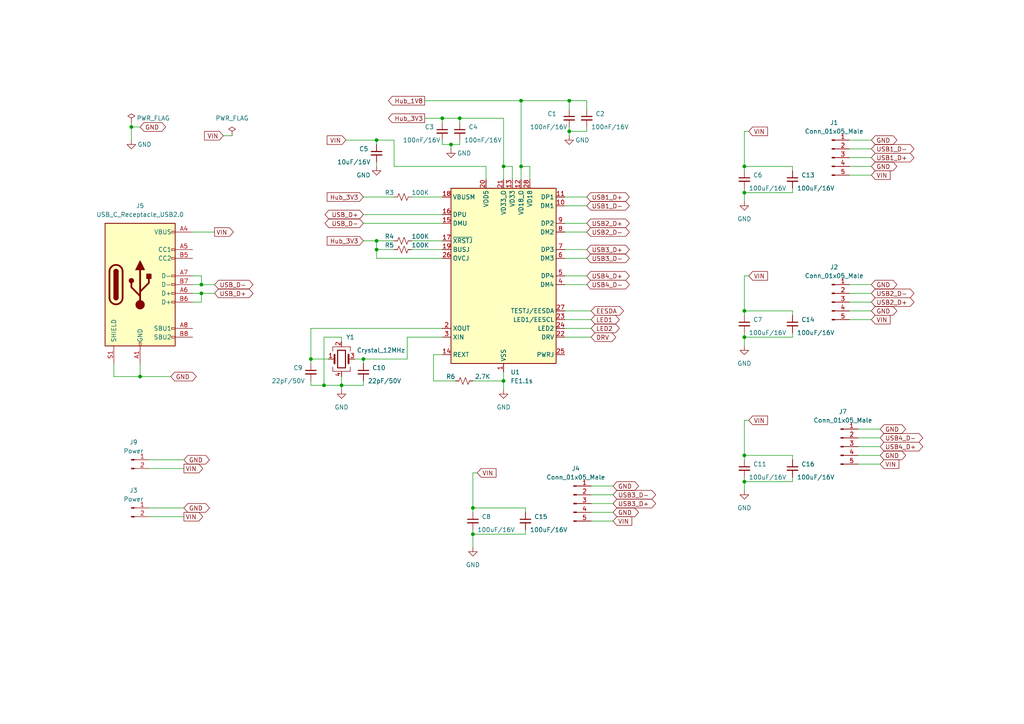
<source format=kicad_sch>
(kicad_sch (version 20211123) (generator eeschema)
  (paper "A4")
  (lib_symbols
    (symbol "Connector:Conn_01x02_Male" (pin_names (offset 1.016) hide)
      (property "Reference" "J" (at 0 2.54 0))
      (property "Value" "Conn_01x02_Male" (at 0 -5.08 0))
      (symbol "Conn_01x02_Male_1_1"
        (polyline (pts (xy 1.27 -2.54) (xy 0.8636 -2.54)) (stroke (width 0.1524)))
        (polyline (pts (xy 1.27 0) (xy 0.8636 0)) (stroke (width 0.1524)))
        (rectangle (start 0.8636 -2.413) (end 0 -2.667) (stroke (width 0.1524)) (fill (type outline)))
        (rectangle (start 0.8636 0.127) (end 0 -0.127) (stroke (width 0.1524)) (fill (type outline)))
        (pin passive line (at 5.08 0 180) (length 3.81) (name "Pin_1") (number "1"))
        (pin passive line (at 5.08 -2.54 180) (length 3.81) (name "Pin_2") (number "2"))
      )
    )
    (symbol "Connector:Conn_01x05_Male" (pin_names (offset 1.016) hide)
      (property "Reference" "J" (at 0 7.62 0))
      (property "Value" "Conn_01x05_Male" (at 0 -7.62 0))
      (symbol "Conn_01x05_Male_1_1"
        (polyline (pts (xy 1.27 -5.08) (xy 0.8636 -5.08)) (stroke (width 0.1524)))
        (polyline (pts (xy 1.27 -2.54) (xy 0.8636 -2.54)) (stroke (width 0.1524)))
        (polyline (pts (xy 1.27 0) (xy 0.8636 0)) (stroke (width 0.1524)))
        (polyline (pts (xy 1.27 2.54) (xy 0.8636 2.54)) (stroke (width 0.1524)))
        (polyline (pts (xy 1.27 5.08) (xy 0.8636 5.08)) (stroke (width 0.1524)))
        (rectangle (start 0.8636 -4.953) (end 0 -5.207) (stroke (width 0.1524)) (fill (type outline)))
        (rectangle (start 0.8636 -2.413) (end 0 -2.667) (stroke (width 0.1524)) (fill (type outline)))
        (rectangle (start 0.8636 0.127) (end 0 -0.127) (stroke (width 0.1524)) (fill (type outline)))
        (rectangle (start 0.8636 2.667) (end 0 2.413) (stroke (width 0.1524)) (fill (type outline)))
        (rectangle (start 0.8636 5.207) (end 0 4.953) (stroke (width 0.1524)) (fill (type outline)))
        (pin passive line (at 5.08 5.08 180) (length 3.81) (name "Pin_1") (number "1"))
        (pin passive line (at 5.08 2.54 180) (length 3.81) (name "Pin_2") (number "2"))
        (pin passive line (at 5.08 0 180) (length 3.81) (name "Pin_3") (number "3"))
        (pin passive line (at 5.08 -2.54 180) (length 3.81) (name "Pin_4") (number "4"))
        (pin passive line (at 5.08 -5.08 180) (length 3.81) (name "Pin_5") (number "5"))
      )
    )
    (symbol "Connector:USB_C_Receptacle_USB2.0" (pin_names (offset 1.016))
      (property "Reference" "J" (at -10.16 19.05 0))
      (property "Value" "USB_C_Receptacle_USB2.0" (at 19.05 19.05 0))
      (symbol "USB_C_Receptacle_USB2.0_0_0"
        (rectangle (start -0.254 -17.78) (end 0.254 -16.764))
        (rectangle (start 10.16 -14.986) (end 9.144 -15.494))
        (rectangle (start 10.16 -12.446) (end 9.144 -12.954))
        (rectangle (start 10.16 -4.826) (end 9.144 -5.334))
        (rectangle (start 10.16 -2.286) (end 9.144 -2.794))
        (rectangle (start 10.16 0.254) (end 9.144 -0.254))
        (rectangle (start 10.16 2.794) (end 9.144 2.286))
        (rectangle (start 10.16 7.874) (end 9.144 7.366))
        (rectangle (start 10.16 10.414) (end 9.144 9.906))
        (rectangle (start 10.16 15.494) (end 9.144 14.986))
      )
      (symbol "USB_C_Receptacle_USB2.0_0_1"
        (rectangle (start -10.16 17.78) (end 10.16 -17.78) (stroke (width 0.254)) (fill (type background)))
        (arc (start -8.89 -3.81) (mid -6.985 -5.715) (end -5.08 -3.81) (stroke (width 0.508)))
        (arc (start -7.62 -3.81) (mid -6.985 -4.445) (end -6.35 -3.81) (stroke (width 0.254)))
        (arc (start -7.62 -3.81) (mid -6.985 -4.445) (end -6.35 -3.81) (stroke (width 0.254)) (fill (type outline)))
        (rectangle (start -7.62 -3.81) (end -6.35 3.81) (stroke (width 0.254)) (fill (type outline)))
        (arc (start -6.35 3.81) (mid -6.985 4.445) (end -7.62 3.81) (stroke (width 0.254)))
        (arc (start -6.35 3.81) (mid -6.985 4.445) (end -7.62 3.81) (stroke (width 0.254)) (fill (type outline)))
        (arc (start -5.08 3.81) (mid -6.985 5.715) (end -8.89 3.81) (stroke (width 0.508)))
        (circle (center -2.54 1.143) (radius 0.635) (stroke (width 0.254)) (fill (type outline)))
        (circle (center 0 -5.842) (radius 1.27) (fill (type outline)))
        (polyline (pts (xy -8.89 -3.81) (xy -8.89 3.81)) (stroke (width 0.508)))
        (polyline (pts (xy -5.08 3.81) (xy -5.08 -3.81)) (stroke (width 0.508)))
        (polyline (pts (xy 0 -5.842) (xy 0 4.318)) (stroke (width 0.508)))
        (polyline (pts (xy 0 -3.302) (xy -2.54 -0.762) (xy -2.54 0.508)) (stroke (width 0.508)))
        (polyline (pts (xy 0 -2.032) (xy 2.54 0.508) (xy 2.54 1.778)) (stroke (width 0.508)))
        (polyline (pts (xy -1.27 4.318) (xy 0 6.858) (xy 1.27 4.318) (xy -1.27 4.318)) (stroke (width 0.254)) (fill (type outline)))
        (rectangle (start 1.905 1.778) (end 3.175 3.048) (stroke (width 0.254)) (fill (type outline)))
      )
      (symbol "USB_C_Receptacle_USB2.0_1_1"
        (pin passive line (at 0 -22.86 90) (length 5.08) (name "GND") (number "A1"))
        (pin passive line (at 0 -22.86 90) (length 5.08) hide (name "GND") (number "A12"))
        (pin passive line (at 15.24 15.24 180) (length 5.08) (name "VBUS") (number "A4"))
        (pin bidirectional line (at 15.24 10.16 180) (length 5.08) (name "CC1") (number "A5"))
        (pin bidirectional line (at 15.24 -2.54 180) (length 5.08) (name "D+") (number "A6"))
        (pin bidirectional line (at 15.24 2.54 180) (length 5.08) (name "D-") (number "A7"))
        (pin bidirectional line (at 15.24 -12.7 180) (length 5.08) (name "SBU1") (number "A8"))
        (pin passive line (at 15.24 15.24 180) (length 5.08) hide (name "VBUS") (number "A9"))
        (pin passive line (at 0 -22.86 90) (length 5.08) hide (name "GND") (number "B1"))
        (pin passive line (at 0 -22.86 90) (length 5.08) hide (name "GND") (number "B12"))
        (pin passive line (at 15.24 15.24 180) (length 5.08) hide (name "VBUS") (number "B4"))
        (pin bidirectional line (at 15.24 7.62 180) (length 5.08) (name "CC2") (number "B5"))
        (pin bidirectional line (at 15.24 -5.08 180) (length 5.08) (name "D+") (number "B6"))
        (pin bidirectional line (at 15.24 0 180) (length 5.08) (name "D-") (number "B7"))
        (pin bidirectional line (at 15.24 -15.24 180) (length 5.08) (name "SBU2") (number "B8"))
        (pin passive line (at 15.24 15.24 180) (length 5.08) hide (name "VBUS") (number "B9"))
        (pin passive line (at -7.62 -22.86 90) (length 5.08) (name "SHIELD") (number "S1"))
      )
    )
    (symbol "Device:C_Small" (pin_numbers hide) (pin_names (offset 0.254) hide)
      (property "Reference" "C" (at 0.254 1.778 0))
      (property "Value" "C_Small" (at 0.254 -2.032 0))
      (symbol "C_Small_0_1"
        (polyline (pts (xy -1.524 -0.508) (xy 1.524 -0.508)) (stroke (width 0.3302)))
        (polyline (pts (xy -1.524 0.508) (xy 1.524 0.508)) (stroke (width 0.3048)))
      )
      (symbol "C_Small_1_1"
        (pin passive line (at 0 2.54 270) (length 2.032) (name "~") (number "1"))
        (pin passive line (at 0 -2.54 90) (length 2.032) (name "~") (number "2"))
      )
    )
    (symbol "Device:Crystal_GND24" (pin_names (offset 1.016) hide)
      (property "Reference" "Y" (at 3.175 5.08 0))
      (property "Value" "Crystal_GND24" (at 3.175 3.175 0))
      (symbol "Crystal_GND24_0_1"
        (rectangle (start -1.143 2.54) (end 1.143 -2.54) (stroke (width 0.3048)))
        (polyline (pts (xy -2.54 0) (xy -2.032 0)))
        (polyline (pts (xy -2.032 -1.27) (xy -2.032 1.27)) (stroke (width 0.508)))
        (polyline (pts (xy 0 -3.81) (xy 0 -3.556)))
        (polyline (pts (xy 0 3.556) (xy 0 3.81)))
        (polyline (pts (xy 2.032 -1.27) (xy 2.032 1.27)) (stroke (width 0.508)))
        (polyline (pts (xy 2.032 0) (xy 2.54 0)))
        (polyline (pts (xy -2.54 -2.286) (xy -2.54 -3.556) (xy 2.54 -3.556) (xy 2.54 -2.286)))
        (polyline (pts (xy -2.54 2.286) (xy -2.54 3.556) (xy 2.54 3.556) (xy 2.54 2.286)))
      )
      (symbol "Crystal_GND24_1_1"
        (pin passive line (at -3.81 0 0) (length 1.27) (name "1") (number "1"))
        (pin passive line (at 0 5.08 270) (length 1.27) (name "2") (number "2"))
        (pin passive line (at 3.81 0 180) (length 1.27) (name "3") (number "3"))
        (pin passive line (at 0 -5.08 90) (length 1.27) (name "4") (number "4"))
      )
    )
    (symbol "Device:R_Small_US" (pin_numbers hide) (pin_names (offset 0.254) hide)
      (property "Reference" "R" (at 0.762 0.508 0))
      (property "Value" "R_Small_US" (at 0.762 -1.016 0))
      (symbol "R_Small_US_1_1"
        (polyline (pts (xy 0 0) (xy 1.016 -0.381) (xy 0 -0.762) (xy -1.016 -1.143) (xy 0 -1.524)))
        (polyline (pts (xy 0 1.524) (xy 1.016 1.143) (xy 0 0.762) (xy -1.016 0.381) (xy 0 0)))
        (pin passive line (at 0 2.54 270) (length 1.016) (name "~") (number "1"))
        (pin passive line (at 0 -2.54 90) (length 1.016) (name "~") (number "2"))
      )
    )
    (symbol "Interface_USB:FE1.1s"
      (property "Reference" "U" (at -11.43 26.67 0))
      (property "Value" "FE1.1s" (at 12.7 27.94 0))
      (symbol "FE1.1s_0_1"
        (rectangle (start -15.24 25.4) (end 15.24 -25.4) (stroke (width 0.254)) (fill (type background)))
      )
      (symbol "FE1.1s_1_1"
        (pin power_in line (at 0 -27.94 90) (length 2.54) (name "VSS") (number "1"))
        (pin bidirectional line (at 17.78 20.32 180) (length 2.54) (name "DM1") (number "10"))
        (pin bidirectional line (at 17.78 22.86 180) (length 2.54) (name "DP1") (number "11"))
        (pin power_out line (at 5.08 27.94 270) (length 2.54) (name "VD18_O") (number "12"))
        (pin power_in line (at 2.54 27.94 270) (length 2.54) (name "VD33") (number "13"))
        (pin passive line (at -17.78 -22.86 0) (length 2.54) (name "REXT") (number "14"))
        (pin bidirectional line (at -17.78 15.24 0) (length 2.54) (name "DMU") (number "15"))
        (pin bidirectional line (at -17.78 17.78 0) (length 2.54) (name "DPU") (number "16"))
        (pin input line (at -17.78 10.16 0) (length 2.54) (name "~{XRSTJ}") (number "17"))
        (pin input line (at -17.78 22.86 0) (length 2.54) (name "VBUSM") (number "18"))
        (pin input line (at -17.78 7.62 0) (length 2.54) (name "BUSJ") (number "19"))
        (pin output line (at -17.78 -15.24 0) (length 2.54) (name "XOUT") (number "2"))
        (pin power_in line (at -5.08 27.94 270) (length 2.54) (name "VDD5") (number "20"))
        (pin power_out line (at 0 27.94 270) (length 2.54) (name "VD33_O") (number "21"))
        (pin bidirectional line (at 17.78 -17.78 180) (length 2.54) (name "DRV") (number "22"))
        (pin bidirectional line (at 17.78 -12.7 180) (length 2.54) (name "LED1/EESCL") (number "23"))
        (pin bidirectional line (at 17.78 -15.24 180) (length 2.54) (name "LED2") (number "24"))
        (pin output line (at 17.78 -22.86 180) (length 2.54) (name "PWRJ") (number "25"))
        (pin input line (at -17.78 5.08 0) (length 2.54) (name "OVCJ") (number "26"))
        (pin bidirectional line (at 17.78 -10.16 180) (length 2.54) (name "TESTJ/EESDA") (number "27"))
        (pin power_in line (at 7.62 27.94 270) (length 2.54) (name "VD18") (number "28"))
        (pin input line (at -17.78 -17.78 0) (length 2.54) (name "XIN") (number "3"))
        (pin bidirectional line (at 17.78 -2.54 180) (length 2.54) (name "DM4") (number "4"))
        (pin bidirectional line (at 17.78 0 180) (length 2.54) (name "DP4") (number "5"))
        (pin bidirectional line (at 17.78 5.08 180) (length 2.54) (name "DM3") (number "6"))
        (pin bidirectional line (at 17.78 7.62 180) (length 2.54) (name "DP3") (number "7"))
        (pin bidirectional line (at 17.78 12.7 180) (length 2.54) (name "DM2") (number "8"))
        (pin bidirectional line (at 17.78 15.24 180) (length 2.54) (name "DP2") (number "9"))
      )
    )
    (symbol "power:GND" (power) (pin_names (offset 0))
      (property "Value" "GND" (at 0 -3.81 0))
      (symbol "GND_0_1"
        (polyline (pts (xy 0 0) (xy 0 -1.27) (xy 1.27 -1.27) (xy 0 -2.54) (xy -1.27 -1.27) (xy 0 -1.27)))
      )
      (symbol "GND_1_1"
        (pin power_in line (at 0 0 270) (length 0) hide (name "GND") (number "1"))
      )
    )
    (symbol "power:PWR_FLAG" (power) (pin_numbers hide) (pin_names (offset 0) hide)
      (property "Value" "PWR_FLAG" (at 0 3.81 0))
      (symbol "PWR_FLAG_0_0"
        (pin power_out line (at 0 0 90) (length 0) (name "pwr") (number "1"))
      )
      (symbol "PWR_FLAG_0_1"
        (polyline (pts (xy 0 0) (xy 0 1.27) (xy -1.016 1.905) (xy 0 2.54) (xy 1.016 1.905) (xy 0 1.27)))
      )
    )
  )
  (junction (at 99.06 111.76))
  (junction (at 215.9 90.17))
  (junction (at 93.98 111.76))
  (junction (at 133.35 34.29))
  (junction (at 137.16 154.94))
  (junction (at 105.41 104.14))
  (junction (at 90.17 104.14))
  (junction (at 146.05 110.49))
  (junction (at 215.9 55.88))
  (junction (at 215.9 132.08))
  (junction (at 215.9 139.7))
  (junction (at 151.13 48.26))
  (junction (at 137.16 147.32))
  (junction (at 165.1 29.21))
  (junction (at 38.1 36.83))
  (junction (at 130.81 41.91))
  (junction (at 109.22 72.39))
  (junction (at 215.9 97.79))
  (junction (at 58.42 82.55))
  (junction (at 58.42 85.09))
  (junction (at 146.05 48.26))
  (junction (at 151.13 29.21))
  (junction (at 128.27 34.29))
  (junction (at 215.9 48.26))
  (junction (at 40.64 109.22))
  (junction (at 109.22 40.64))
  (junction (at 109.22 69.85))
  (junction (at 165.1 38.1))
  (wire (pts (xy 128.27 41.91) (xy 130.81 41.91)))
  (wire (pts (xy 90.17 104.14) (xy 95.25 104.14)))
  (wire (pts (xy 171.45 143.51) (xy 177.8 143.51)))
  (wire (pts (xy 105.41 57.15) (xy 114.3 57.15)))
  (wire (pts (xy 109.22 40.64) (xy 114.3 40.64)))
  (wire (pts (xy 133.35 40.64) (xy 133.35 41.91)))
  (wire (pts (xy 118.11 97.79) (xy 128.27 97.79)))
  (wire (pts (xy 152.4 153.67) (xy 152.4 154.94)))
  (wire (pts (xy 170.18 29.21) (xy 165.1 29.21)))
  (wire (pts (xy 137.16 153.67) (xy 137.16 154.94)))
  (wire (pts (xy 246.38 50.8) (xy 252.73 50.8)))
  (wire (pts (xy 90.17 111.76) (xy 93.98 111.76)))
  (wire (pts (xy 133.35 34.29) (xy 146.05 34.29)))
  (wire (pts (xy 55.88 82.55) (xy 58.42 82.55)))
  (wire (pts (xy 114.3 72.39) (xy 109.22 72.39)))
  (wire (pts (xy 146.05 52.07) (xy 146.05 48.26)))
  (wire (pts (xy 163.83 67.31) (xy 170.18 67.31)))
  (wire (pts (xy 248.92 129.54) (xy 255.27 129.54)))
  (wire (pts (xy 105.41 111.76) (xy 99.06 111.76)))
  (wire (pts (xy 43.18 133.35) (xy 53.34 133.35)))
  (wire (pts (xy 123.19 29.21) (xy 151.13 29.21)))
  (wire (pts (xy 99.06 111.76) (xy 99.06 113.03)))
  (wire (pts (xy 93.98 111.76) (xy 99.06 111.76)))
  (wire (pts (xy 246.38 48.26) (xy 252.73 48.26)))
  (wire (pts (xy 137.16 110.49) (xy 146.05 110.49)))
  (wire (pts (xy 229.87 133.35) (xy 229.87 132.08)))
  (wire (pts (xy 43.18 147.32) (xy 53.34 147.32)))
  (wire (pts (xy 248.92 134.62) (xy 255.27 134.62)))
  (wire (pts (xy 33.02 109.22) (xy 40.64 109.22)))
  (wire (pts (xy 128.27 102.87) (xy 125.73 102.87)))
  (wire (pts (xy 215.9 48.26) (xy 215.9 49.53)))
  (wire (pts (xy 215.9 80.01) (xy 215.9 90.17)))
  (wire (pts (xy 215.9 96.52) (xy 215.9 97.79)))
  (wire (pts (xy 125.73 110.49) (xy 132.08 110.49)))
  (wire (pts (xy 246.38 90.17) (xy 252.73 90.17)))
  (wire (pts (xy 163.83 74.93) (xy 170.18 74.93)))
  (wire (pts (xy 229.87 91.44) (xy 229.87 90.17)))
  (wire (pts (xy 105.41 104.14) (xy 105.41 105.41)))
  (wire (pts (xy 130.81 41.91) (xy 130.81 43.18)))
  (wire (pts (xy 215.9 97.79) (xy 215.9 100.33)))
  (wire (pts (xy 128.27 34.29) (xy 133.35 34.29)))
  (wire (pts (xy 55.88 67.31) (xy 62.23 67.31)))
  (wire (pts (xy 229.87 90.17) (xy 215.9 90.17)))
  (wire (pts (xy 128.27 74.93) (xy 109.22 74.93)))
  (wire (pts (xy 128.27 34.29) (xy 128.27 35.56)))
  (wire (pts (xy 165.1 38.1) (xy 170.18 38.1)))
  (wire (pts (xy 163.83 82.55) (xy 170.18 82.55)))
  (wire (pts (xy 215.9 38.1) (xy 215.9 48.26)))
  (wire (pts (xy 171.45 148.59) (xy 177.8 148.59)))
  (wire (pts (xy 163.83 90.17) (xy 171.45 90.17)))
  (wire (pts (xy 133.35 34.29) (xy 133.35 35.56)))
  (wire (pts (xy 119.38 69.85) (xy 128.27 69.85)))
  (wire (pts (xy 64.77 39.37) (xy 67.31 39.37)))
  (wire (pts (xy 246.38 85.09) (xy 252.73 85.09)))
  (wire (pts (xy 246.38 82.55) (xy 252.73 82.55)))
  (wire (pts (xy 123.19 34.29) (xy 128.27 34.29)))
  (wire (pts (xy 55.88 85.09) (xy 58.42 85.09)))
  (wire (pts (xy 165.1 38.1) (xy 165.1 39.37)))
  (wire (pts (xy 55.88 80.01) (xy 58.42 80.01)))
  (wire (pts (xy 215.9 90.17) (xy 215.9 91.44)))
  (wire (pts (xy 100.33 40.64) (xy 109.22 40.64)))
  (wire (pts (xy 215.9 121.92) (xy 215.9 132.08)))
  (wire (pts (xy 152.4 147.32) (xy 137.16 147.32)))
  (wire (pts (xy 215.9 139.7) (xy 215.9 142.24)))
  (wire (pts (xy 43.18 135.89) (xy 53.34 135.89)))
  (wire (pts (xy 40.64 36.83) (xy 38.1 36.83)))
  (wire (pts (xy 109.22 40.64) (xy 109.22 41.91)))
  (wire (pts (xy 151.13 52.07) (xy 151.13 48.26)))
  (wire (pts (xy 40.64 109.22) (xy 49.53 109.22)))
  (wire (pts (xy 114.3 48.26) (xy 140.97 48.26)))
  (wire (pts (xy 90.17 95.25) (xy 90.17 104.14)))
  (wire (pts (xy 163.83 80.01) (xy 170.18 80.01)))
  (wire (pts (xy 163.83 64.77) (xy 170.18 64.77)))
  (wire (pts (xy 248.92 132.08) (xy 255.27 132.08)))
  (wire (pts (xy 151.13 48.26) (xy 151.13 29.21)))
  (wire (pts (xy 248.92 127) (xy 255.27 127)))
  (wire (pts (xy 58.42 80.01) (xy 58.42 82.55)))
  (wire (pts (xy 38.1 35.56) (xy 38.1 36.83)))
  (wire (pts (xy 109.22 46.99) (xy 109.22 48.26)))
  (wire (pts (xy 43.18 149.86) (xy 53.34 149.86)))
  (wire (pts (xy 90.17 104.14) (xy 90.17 105.41)))
  (wire (pts (xy 248.92 124.46) (xy 255.27 124.46)))
  (wire (pts (xy 148.59 48.26) (xy 148.59 52.07)))
  (wire (pts (xy 151.13 29.21) (xy 165.1 29.21)))
  (wire (pts (xy 165.1 31.75) (xy 165.1 29.21)))
  (wire (pts (xy 229.87 132.08) (xy 215.9 132.08)))
  (wire (pts (xy 229.87 49.53) (xy 229.87 48.26)))
  (wire (pts (xy 229.87 96.52) (xy 229.87 97.79)))
  (wire (pts (xy 163.83 72.39) (xy 170.18 72.39)))
  (wire (pts (xy 163.83 92.71) (xy 171.45 92.71)))
  (wire (pts (xy 229.87 97.79) (xy 215.9 97.79)))
  (wire (pts (xy 40.64 105.41) (xy 40.64 109.22)))
  (wire (pts (xy 153.67 48.26) (xy 151.13 48.26)))
  (wire (pts (xy 105.41 69.85) (xy 109.22 69.85)))
  (wire (pts (xy 229.87 48.26) (xy 215.9 48.26)))
  (wire (pts (xy 146.05 48.26) (xy 148.59 48.26)))
  (wire (pts (xy 90.17 110.49) (xy 90.17 111.76)))
  (wire (pts (xy 105.41 62.23) (xy 128.27 62.23)))
  (wire (pts (xy 128.27 95.25) (xy 90.17 95.25)))
  (wire (pts (xy 246.38 40.64) (xy 252.73 40.64)))
  (wire (pts (xy 152.4 148.59) (xy 152.4 147.32)))
  (wire (pts (xy 146.05 110.49) (xy 146.05 113.03)))
  (wire (pts (xy 109.22 74.93) (xy 109.22 72.39)))
  (wire (pts (xy 119.38 57.15) (xy 128.27 57.15)))
  (wire (pts (xy 246.38 43.18) (xy 252.73 43.18)))
  (wire (pts (xy 163.83 57.15) (xy 170.18 57.15)))
  (wire (pts (xy 105.41 110.49) (xy 105.41 111.76)))
  (wire (pts (xy 215.9 132.08) (xy 215.9 133.35)))
  (wire (pts (xy 165.1 38.1) (xy 165.1 36.83)))
  (wire (pts (xy 58.42 85.09) (xy 62.23 85.09)))
  (wire (pts (xy 125.73 102.87) (xy 125.73 110.49)))
  (wire (pts (xy 171.45 146.05) (xy 177.8 146.05)))
  (wire (pts (xy 118.11 104.14) (xy 118.11 97.79)))
  (wire (pts (xy 105.41 64.77) (xy 128.27 64.77)))
  (wire (pts (xy 246.38 87.63) (xy 252.73 87.63)))
  (wire (pts (xy 93.98 97.79) (xy 93.98 111.76)))
  (wire (pts (xy 137.16 147.32) (xy 137.16 148.59)))
  (wire (pts (xy 130.81 41.91) (xy 133.35 41.91)))
  (wire (pts (xy 146.05 34.29) (xy 146.05 48.26)))
  (wire (pts (xy 215.9 54.61) (xy 215.9 55.88)))
  (wire (pts (xy 114.3 48.26) (xy 114.3 40.64)))
  (wire (pts (xy 38.1 36.83) (xy 38.1 40.64)))
  (wire (pts (xy 229.87 138.43) (xy 229.87 139.7)))
  (wire (pts (xy 146.05 107.95) (xy 146.05 110.49)))
  (wire (pts (xy 171.45 151.13) (xy 177.8 151.13)))
  (wire (pts (xy 99.06 97.79) (xy 93.98 97.79)))
  (wire (pts (xy 215.9 80.01) (xy 217.17 80.01)))
  (wire (pts (xy 105.41 104.14) (xy 118.11 104.14)))
  (wire (pts (xy 171.45 140.97) (xy 177.8 140.97)))
  (wire (pts (xy 152.4 154.94) (xy 137.16 154.94)))
  (wire (pts (xy 102.87 104.14) (xy 105.41 104.14)))
  (wire (pts (xy 99.06 109.22) (xy 99.06 111.76)))
  (wire (pts (xy 33.02 105.41) (xy 33.02 109.22)))
  (wire (pts (xy 229.87 55.88) (xy 215.9 55.88)))
  (wire (pts (xy 137.16 137.16) (xy 137.16 147.32)))
  (wire (pts (xy 170.18 38.1) (xy 170.18 36.83)))
  (wire (pts (xy 140.97 48.26) (xy 140.97 52.07)))
  (wire (pts (xy 229.87 139.7) (xy 215.9 139.7)))
  (wire (pts (xy 137.16 137.16) (xy 138.43 137.16)))
  (wire (pts (xy 163.83 97.79) (xy 171.45 97.79)))
  (wire (pts (xy 109.22 69.85) (xy 114.3 69.85)))
  (wire (pts (xy 215.9 38.1) (xy 217.17 38.1)))
  (wire (pts (xy 246.38 45.72) (xy 252.73 45.72)))
  (wire (pts (xy 215.9 55.88) (xy 215.9 58.42)))
  (wire (pts (xy 170.18 31.75) (xy 170.18 29.21)))
  (wire (pts (xy 58.42 87.63) (xy 58.42 85.09)))
  (wire (pts (xy 215.9 138.43) (xy 215.9 139.7)))
  (wire (pts (xy 55.88 87.63) (xy 58.42 87.63)))
  (wire (pts (xy 58.42 82.55) (xy 62.23 82.55)))
  (wire (pts (xy 119.38 72.39) (xy 128.27 72.39)))
  (wire (pts (xy 246.38 92.71) (xy 252.73 92.71)))
  (wire (pts (xy 128.27 40.64) (xy 128.27 41.91)))
  (wire (pts (xy 163.83 59.69) (xy 170.18 59.69)))
  (wire (pts (xy 163.83 95.25) (xy 171.45 95.25)))
  (wire (pts (xy 215.9 121.92) (xy 217.17 121.92)))
  (wire (pts (xy 153.67 52.07) (xy 153.67 48.26)))
  (wire (pts (xy 109.22 72.39) (xy 109.22 69.85)))
  (wire (pts (xy 137.16 154.94) (xy 137.16 158.75)))
  (wire (pts (xy 229.87 54.61) (xy 229.87 55.88)))
  (wire (pts (xy 99.06 99.06) (xy 99.06 97.79)))
  (global_label "USB1_D+" (shape bidirectional) (at 252.73 45.72 0) (property "插入圖紙頁參考" "${INTERSHEET_REFS}" (effects hide)))
  (global_label "GND" (shape bidirectional) (at 255.27 132.08 0) (property "插入圖紙頁參考" "${INTERSHEET_REFS}" (effects hide)))
  (global_label "LED1" (shape bidirectional) (at 171.45 92.71 0) (property "插入圖紙頁參考" "${INTERSHEET_REFS}" (effects hide)))
  (global_label "USB4_D+" (shape bidirectional) (at 170.18 80.01 0) (property "插入圖紙頁參考" "${INTERSHEET_REFS}" (effects hide)))
  (global_label "USB_D+" (shape bidirectional) (at 105.41 62.23 180) (property "插入圖紙頁參考" "${INTERSHEET_REFS}" (effects hide)))
  (global_label "GND" (shape bidirectional) (at 177.8 148.59 0) (property "插入圖紙頁參考" "${INTERSHEET_REFS}" (effects hide)))
  (global_label "USB4_D-" (shape bidirectional) (at 170.18 82.55 0) (property "插入圖紙頁參考" "${INTERSHEET_REFS}" (effects hide)))
  (global_label "VIN" (shape input) (at 138.43 137.16 0) (property "插入圖紙頁參考" "${INTERSHEET_REFS}" (effects hide)))
  (global_label "VIN" (shape output) (at 53.34 135.89 0) (property "插入圖紙頁參考" "${INTERSHEET_REFS}" (effects hide)))
  (global_label "VIN" (shape input) (at 252.73 50.8 0) (property "插入圖紙頁參考" "${INTERSHEET_REFS}" (effects hide)))
  (global_label "VIN" (shape input) (at 177.8 151.13 0) (property "插入圖紙頁參考" "${INTERSHEET_REFS}" (effects hide)))
  (global_label "GND" (shape bidirectional) (at 53.34 133.35 0) (property "插入圖紙頁參考" "${INTERSHEET_REFS}" (effects hide)))
  (global_label "Hub_1V8" (shape output) (at 123.19 29.21 180) (property "插入圖紙頁參考" "${INTERSHEET_REFS}" (effects hide)))
  (global_label "VIN" (shape input) (at 255.27 134.62 0) (property "插入圖紙頁參考" "${INTERSHEET_REFS}" (effects hide)))
  (global_label "GND" (shape bidirectional) (at 255.27 124.46 0) (property "插入圖紙頁參考" "${INTERSHEET_REFS}" (effects hide)))
  (global_label "USB4_D-" (shape bidirectional) (at 255.27 127 0) (property "插入圖紙頁參考" "${INTERSHEET_REFS}" (effects hide)))
  (global_label "GND" (shape bidirectional) (at 53.34 147.32 0) (property "插入圖紙頁參考" "${INTERSHEET_REFS}" (effects hide)))
  (global_label "GND" (shape bidirectional) (at 40.64 36.83 0) (property "插入圖紙頁參考" "${INTERSHEET_REFS}" (effects hide)))
  (global_label "VIN" (shape output) (at 62.23 67.31 0) (property "插入圖紙頁參考" "${INTERSHEET_REFS}" (effects hide)))
  (global_label "USB2_D+" (shape bidirectional) (at 170.18 64.77 0) (property "插入圖紙頁參考" "${INTERSHEET_REFS}" (effects hide)))
  (global_label "USB3_D-" (shape bidirectional) (at 170.18 74.93 0) (property "插入圖紙頁參考" "${INTERSHEET_REFS}" (effects hide)))
  (global_label "GND" (shape bidirectional) (at 252.73 82.55 0) (property "插入圖紙頁參考" "${INTERSHEET_REFS}" (effects hide)))
  (global_label "USB2_D+" (shape bidirectional) (at 252.73 87.63 0) (property "插入圖紙頁參考" "${INTERSHEET_REFS}" (effects hide)))
  (global_label "USB1_D-" (shape bidirectional) (at 252.73 43.18 0) (property "插入圖紙頁參考" "${INTERSHEET_REFS}" (effects hide)))
  (global_label "USB3_D+" (shape bidirectional) (at 177.8 146.05 0) (property "插入圖紙頁參考" "${INTERSHEET_REFS}" (effects hide)))
  (global_label "USB1_D-" (shape bidirectional) (at 170.18 59.69 0) (property "插入圖紙頁參考" "${INTERSHEET_REFS}" (effects hide)))
  (global_label "DRV" (shape bidirectional) (at 171.45 97.79 0) (property "插入圖紙頁參考" "${INTERSHEET_REFS}" (effects hide)))
  (global_label "Hub_3V3" (shape input) (at 105.41 57.15 180) (property "插入圖紙頁參考" "${INTERSHEET_REFS}" (effects hide)))
  (global_label "VIN" (shape output) (at 53.34 149.86 0) (property "插入圖紙頁參考" "${INTERSHEET_REFS}" (effects hide)))
  (global_label "GND" (shape bidirectional) (at 49.53 109.22 0) (property "插入圖紙頁參考" "${INTERSHEET_REFS}" (effects hide)))
  (global_label "GND" (shape bidirectional) (at 252.73 40.64 0) (property "插入圖紙頁參考" "${INTERSHEET_REFS}" (effects hide)))
  (global_label "GND" (shape bidirectional) (at 252.73 90.17 0) (property "插入圖紙頁參考" "${INTERSHEET_REFS}" (effects hide)))
  (global_label "USB4_D+" (shape bidirectional) (at 255.27 129.54 0) (property "插入圖紙頁參考" "${INTERSHEET_REFS}" (effects hide)))
  (global_label "VIN" (shape input) (at 217.17 80.01 0) (property "插入圖紙頁參考" "${INTERSHEET_REFS}" (effects hide)))
  (global_label "Hub_3V3" (shape output) (at 123.19 34.29 180) (property "插入圖紙頁參考" "${INTERSHEET_REFS}" (effects hide)))
  (global_label "VIN" (shape input) (at 64.77 39.37 180) (property "插入圖紙頁參考" "${INTERSHEET_REFS}" (effects hide)))
  (global_label "GND" (shape bidirectional) (at 252.73 48.26 0) (property "插入圖紙頁參考" "${INTERSHEET_REFS}" (effects hide)))
  (global_label "USB_D-" (shape bidirectional) (at 62.23 82.55 0) (property "插入圖紙頁參考" "${INTERSHEET_REFS}" (effects hide)))
  (global_label "GND" (shape bidirectional) (at 177.8 140.97 0) (property "插入圖紙頁參考" "${INTERSHEET_REFS}" (effects hide)))
  (global_label "USB2_D-" (shape bidirectional) (at 170.18 67.31 0) (property "插入圖紙頁參考" "${INTERSHEET_REFS}" (effects hide)))
  (global_label "USB3_D+" (shape bidirectional) (at 170.18 72.39 0) (property "插入圖紙頁參考" "${INTERSHEET_REFS}" (effects hide)))
  (global_label "EESDA" (shape bidirectional) (at 171.45 90.17 0) (property "插入圖紙頁參考" "${INTERSHEET_REFS}" (effects hide)))
  (global_label "LED2" (shape bidirectional) (at 171.45 95.25 0) (property "插入圖紙頁參考" "${INTERSHEET_REFS}" (effects hide)))
  (global_label "USB_D+" (shape bidirectional) (at 62.23 85.09 0) (property "插入圖紙頁參考" "${INTERSHEET_REFS}" (effects hide)))
  (global_label "VIN" (shape input) (at 217.17 38.1 0) (property "插入圖紙頁參考" "${INTERSHEET_REFS}" (effects hide)))
  (global_label "USB3_D-" (shape bidirectional) (at 177.8 143.51 0) (property "插入圖紙頁參考" "${INTERSHEET_REFS}" (effects hide)))
  (global_label "Hub_3V3" (shape input) (at 105.41 69.85 180) (property "插入圖紙頁參考" "${INTERSHEET_REFS}" (effects hide)))
  (global_label "USB_D-" (shape bidirectional) (at 105.41 64.77 180) (property "插入圖紙頁參考" "${INTERSHEET_REFS}" (effects hide)))
  (global_label "USB1_D+" (shape bidirectional) (at 170.18 57.15 0) (property "插入圖紙頁參考" "${INTERSHEET_REFS}" (effects hide)))
  (global_label "USB2_D-" (shape bidirectional) (at 252.73 85.09 0) (property "插入圖紙頁參考" "${INTERSHEET_REFS}" (effects hide)))
  (global_label "VIN" (shape input) (at 217.17 121.92 0) (property "插入圖紙頁參考" "${INTERSHEET_REFS}" (effects hide)))
  (global_label "VIN" (shape input) (at 100.33 40.64 180) (property "插入圖紙頁參考" "${INTERSHEET_REFS}" (effects hide)))
  (global_label "VIN" (shape input) (at 252.73 92.71 0) (property "插入圖紙頁參考" "${INTERSHEET_REFS}" (effects hide)))
  (symbol (lib_id "Device:C_Small") (at 105.41 107.95 0) (unit 1)
    (property "Reference" "C10" (at 107.95 106.68 0) (effects (justify left)))
    (property "Value" "22pF/50V" (at 106.68 110.49 0) (effects (justify left)))
    (property "Footprint" "Capacitor_SMD:C_0603_1608Metric" (effects hide))
  )
  (symbol (lib_id "Device:R_Small_US") (at 116.84 69.85 90) (unit 1)
    (property "Reference" "R4" (at 114.3 68.58 90) (effects (justify left)))
    (property "Value" "100K" (at 124.46 68.58 90) (effects (justify left)))
    (property "Footprint" "Resistor_SMD:R_0603_1608Metric" (effects hide))
  )
  (symbol (lib_id "Device:R_Small_US") (at 116.84 72.39 90) (unit 1)
    (property "Reference" "R5" (at 114.3 71.12 90) (effects (justify left)))
    (property "Value" "100K" (at 124.46 71.12 90) (effects (justify left)))
    (property "Footprint" "Resistor_SMD:R_0603_1608Metric" (effects hide))
  )
  (symbol (lib_id "power:GND") (at 99.06 113.03 0) (unit 1)
    (property "Reference" "#PWR010" (effects hide))
    (property "Value" "GND" (at 99.06 118.11 0))
  )
  (symbol (lib_id "Connector:Conn_01x05_Male") (at 241.3 45.72 0) (unit 1)
    (property "Reference" "J1" (at 241.935 35.56 0))
    (property "Value" "Conn_01x05_Male" (at 241.935 38.1 0))
    (property "Footprint" "Connector_PinHeader_2.00mm:PinHeader_1x05_P2.00mm_Vertical" (effects hide))
  )
  (symbol (lib_id "power:PWR_FLAG") (at 38.1 35.56 0) (unit 1)
    (property "Reference" "#FLG01" (effects hide))
    (property "Value" "PWR_FLAG" (at 44.45 34.29 0))
  )
  (symbol (lib_id "Device:C_Small") (at 215.9 52.07 0) (unit 1)
    (property "Reference" "C6" (at 218.44 50.8 0) (effects (justify left)))
    (property "Value" "100uF/16V" (at 217.17 54.61 0) (effects (justify left)))
    (property "Footprint" "Capacitor_SMD:C_1206_3216Metric" (effects hide))
  )
  (symbol (lib_id "power:GND") (at 38.1 40.64 0) (unit 1)
    (property "Reference" "#PWR08" (effects hide))
    (property "Value" "GND" (at 41.91 41.91 0))
  )
  (symbol (lib_id "Connector:Conn_01x02_Male") (at 38.1 147.32 0) (unit 1)
    (property "Reference" "J3" (at 38.735 142.24 0))
    (property "Value" "Power" (at 38.735 144.78 0))
    (property "Footprint" "Connector_PinHeader_2.54mm:PinHeader_1x02_P2.54mm_Vertical" (effects hide))
  )
  (symbol (lib_id "Device:C_Small") (at 128.27 38.1 0) (unit 1)
    (property "Reference" "C3" (at 123.19 36.83 0) (effects (justify left)))
    (property "Value" "100nF/16V" (at 116.84 40.64 0) (effects (justify left)))
    (property "Footprint" "Capacitor_SMD:C_0603_1608Metric" (effects hide))
  )
  (symbol (lib_id "Device:C_Small") (at 229.87 52.07 0) (unit 1)
    (property "Reference" "C13" (at 232.41 50.8 0) (effects (justify left)))
    (property "Value" "100uF/16V" (at 231.14 54.61 0) (effects (justify left)))
    (property "Footprint" "Capacitor_Tantalum_SMD:CP_EIA-7343-30_AVX-N_Pad2.25x2.55mm_HandSolder" (effects hide))
  )
  (symbol (lib_id "power:GND") (at 215.9 58.42 0) (unit 1)
    (property "Reference" "#PWR05" (effects hide))
    (property "Value" "GND" (at 215.9 63.5 0))
  )
  (symbol (lib_id "Device:C_Small") (at 109.22 44.45 0) (unit 1)
    (property "Reference" "C5" (at 104.14 43.18 0) (effects (justify left)))
    (property "Value" "10uF/16V" (at 97.79 46.99 0) (effects (justify left)))
    (property "Footprint" "Capacitor_SMD:C_0603_1608Metric" (effects hide))
  )
  (symbol (lib_id "Connector:Conn_01x02_Male") (at 38.1 133.35 0) (unit 1)
    (property "Reference" "J9" (at 38.735 128.27 0))
    (property "Value" "Power" (at 38.735 130.81 0))
    (property "Footprint" "Connector_PinHeader_2.54mm:PinHeader_1x02_P2.54mm_Vertical" (effects hide))
  )
  (symbol (lib_id "Device:C_Small") (at 215.9 135.89 0) (unit 1)
    (property "Reference" "C11" (at 218.44 134.62 0) (effects (justify left)))
    (property "Value" "100uF/16V" (at 217.17 138.43 0) (effects (justify left)))
    (property "Footprint" "Capacitor_SMD:C_1206_3216Metric" (effects hide))
  )
  (symbol (lib_id "Connector:Conn_01x05_Male") (at 166.37 146.05 0) (unit 1)
    (property "Reference" "J4" (at 167.005 135.89 0))
    (property "Value" "Conn_01x05_Male" (at 167.005 138.43 0))
    (property "Footprint" "Connector_Molex:Molex_PicoBlade_53261-0571_1x05-1MP_P1.25mm_Horizontal" (effects hide))
  )
  (symbol (lib_id "power:GND") (at 109.22 48.26 0) (unit 1)
    (property "Reference" "#PWR04" (effects hide))
    (property "Value" "GND" (at 105.41 50.8 0))
  )
  (symbol (lib_id "power:GND") (at 215.9 100.33 0) (unit 1)
    (property "Reference" "#PWR06" (effects hide))
    (property "Value" "GND" (at 215.9 105.41 0))
  )
  (symbol (lib_id "Device:C_Small") (at 215.9 93.98 0) (unit 1)
    (property "Reference" "C7" (at 218.44 92.71 0) (effects (justify left)))
    (property "Value" "100uF/16V" (at 217.17 96.52 0) (effects (justify left)))
    (property "Footprint" "Capacitor_SMD:C_1206_3216Metric" (effects hide))
  )
  (symbol (lib_id "Device:C_Small") (at 229.87 135.89 0) (unit 1)
    (property "Reference" "C16" (at 232.41 134.62 0) (effects (justify left)))
    (property "Value" "100uF/16V" (at 231.14 138.43 0) (effects (justify left)))
    (property "Footprint" "Capacitor_Tantalum_SMD:CP_EIA-7343-30_AVX-N_Pad2.25x2.55mm_HandSolder" (effects hide))
  )
  (symbol (lib_id "Device:Crystal_GND24") (at 99.06 104.14 0) (unit 1)
    (property "Reference" "Y1" (at 101.6 97.79 0))
    (property "Value" "Crystal_12MHz" (at 110.49 101.6 0))
    (property "Footprint" "Crystal:Crystal_SMD_Abracon_ABM3C-4Pin_5.0x3.2mm" (effects hide))
  )
  (symbol (lib_id "Connector:Conn_01x05_Male") (at 241.3 87.63 0) (unit 1)
    (property "Reference" "J2" (at 241.935 77.47 0))
    (property "Value" "Conn_01x05_Male" (at 241.935 80.01 0))
    (property "Footprint" "Connector_Molex:Molex_PicoBlade_53261-0571_1x05-1MP_P1.25mm_Horizontal" (effects hide))
  )
  (symbol (lib_id "power:GND") (at 215.9 142.24 0) (unit 1)
    (property "Reference" "#PWR012" (effects hide))
    (property "Value" "GND" (at 215.9 147.32 0))
  )
  (symbol (lib_id "power:GND") (at 165.1 39.37 0) (unit 1)
    (property "Reference" "#PWR01" (effects hide))
    (property "Value" "GND" (at 168.91 40.64 0))
  )
  (symbol (lib_id "power:GND") (at 130.81 43.18 0) (unit 1)
    (property "Reference" "#PWR03" (effects hide))
    (property "Value" "GND" (at 134.62 44.45 0))
  )
  (symbol (lib_id "Device:C_Small") (at 165.1 34.29 0) (unit 1)
    (property "Reference" "C1" (at 158.75 33.02 0) (effects (justify left)))
    (property "Value" "100nF/16V" (at 153.67 36.83 0) (effects (justify left)))
    (property "Footprint" "Capacitor_SMD:C_0603_1608Metric" (effects hide))
  )
  (symbol (lib_id "Connector:USB_C_Receptacle_USB2.0") (at 40.64 82.55 0) (unit 1)
    (property "Reference" "J5" (at 40.64 59.69 0))
    (property "Value" "USB_C_Receptacle_USB2.0" (at 40.64 62.23 0))
    (property "Footprint" "Connector_USB:USB_C_Receptacle_HRO_TYPE-C-31-M-12" (effects hide))
    (property "Datasheet" "https://www.usb.org/sites/default/files/documents/usb_type-c.zip" (effects hide))
  )
  (symbol (lib_id "Device:C_Small") (at 170.18 34.29 0) (unit 1)
    (property "Reference" "C2" (at 172.72 33.0262 0) (effects (justify left)))
    (property "Value" "100nF/16V" (at 171.45 36.83 0) (effects (justify left)))
    (property "Footprint" "Capacitor_SMD:C_0603_1608Metric" (effects hide))
  )
  (symbol (lib_id "power:GND") (at 146.05 113.03 0) (unit 1)
    (property "Reference" "#PWR011" (effects hide))
    (property "Value" "GND" (at 146.05 118.11 0))
  )
  (symbol (lib_id "Device:C_Small") (at 229.87 93.98 0) (unit 1)
    (property "Reference" "C14" (at 232.41 92.71 0) (effects (justify left)))
    (property "Value" "100uF/16V" (at 231.14 96.52 0) (effects (justify left)))
    (property "Footprint" "Capacitor_Tantalum_SMD:CP_EIA-7343-30_AVX-N_Pad2.25x2.55mm_HandSolder" (effects hide))
  )
  (symbol (lib_id "Device:C_Small") (at 133.35 38.1 0) (unit 1)
    (property "Reference" "C4" (at 135.89 36.8362 0) (effects (justify left)))
    (property "Value" "100nF/16V" (at 134.62 40.64 0) (effects (justify left)))
    (property "Footprint" "Capacitor_SMD:C_0603_1608Metric" (effects hide))
  )
  (symbol (lib_id "Interface_USB:FE1.1s") (at 146.05 80.01 0) (unit 1)
    (property "Reference" "U1" (at 148.0694 107.95 0) (effects (justify left)))
    (property "Value" "FE1.1s" (at 148.0694 110.49 0) (effects (justify left)))
    (property "Footprint" "Package_SO:SSOP-28_3.9x9.9mm_P0.635mm" (effects hide))
    (property "Datasheet" "https://cdn-shop.adafruit.com/product-files/2991/FE1.1s+Data+Sheet+(Rev.+1.0).pdf" (effects hide))
  )
  (symbol (lib_id "Device:C_Small") (at 90.17 107.95 0) (unit 1)
    (property "Reference" "C9" (at 85.09 106.68 0) (effects (justify left)))
    (property "Value" "22pF/50V" (at 78.74 110.49 0) (effects (justify left)))
    (property "Footprint" "Capacitor_SMD:C_0603_1608Metric" (effects hide))
  )
  (symbol (lib_id "Device:R_Small_US") (at 134.62 110.49 90) (unit 1)
    (property "Reference" "R6" (at 132.08 109.22 90) (effects (justify left)))
    (property "Value" "2.7K" (at 142.24 109.22 90) (effects (justify left)))
    (property "Footprint" "Resistor_SMD:R_0603_1608Metric" (effects hide))
  )
  (symbol (lib_id "Device:R_Small_US") (at 116.84 57.15 90) (unit 1)
    (property "Reference" "R3" (at 114.3 55.88 90) (effects (justify left)))
    (property "Value" "100K" (at 124.46 55.88 90) (effects (justify left)))
    (property "Footprint" "Resistor_SMD:R_0603_1608Metric" (effects hide))
  )
  (symbol (lib_id "Device:C_Small") (at 137.16 151.13 0) (unit 1)
    (property "Reference" "C8" (at 139.7 149.86 0) (effects (justify left)))
    (property "Value" "100uF/16V" (at 138.43 153.67 0) (effects (justify left)))
    (property "Footprint" "Capacitor_SMD:C_1206_3216Metric" (effects hide))
  )
  (symbol (lib_id "Connector:Conn_01x05_Male") (at 243.84 129.54 0) (unit 1)
    (property "Reference" "J7" (at 244.475 119.38 0))
    (property "Value" "Conn_01x05_Male" (at 244.475 121.92 0))
    (property "Footprint" "Connector_Molex:Molex_PicoBlade_53261-0571_1x05-1MP_P1.25mm_Horizontal" (effects hide))
  )
  (symbol (lib_id "Device:C_Small") (at 152.4 151.13 0) (unit 1)
    (property "Reference" "C15" (at 154.94 149.86 0) (effects (justify left)))
    (property "Value" "100uF/16V" (at 153.67 153.67 0) (effects (justify left)))
    (property "Footprint" "Capacitor_Tantalum_SMD:CP_EIA-7343-30_AVX-N_Pad2.25x2.55mm_HandSolder" (effects hide))
  )
  (symbol (lib_id "power:PWR_FLAG") (at 67.31 39.37 0) (unit 1)
    (property "Reference" "#FLG02" (effects hide))
    (property "Value" "PWR_FLAG" (at 67.31 34.29 0))
  )
  (symbol (lib_id "power:GND") (at 137.16 158.75 0) (unit 1)
    (property "Reference" "#PWR09" (effects hide))
    (property "Value" "GND" (at 137.16 163.83 0))
  )
)
</source>
